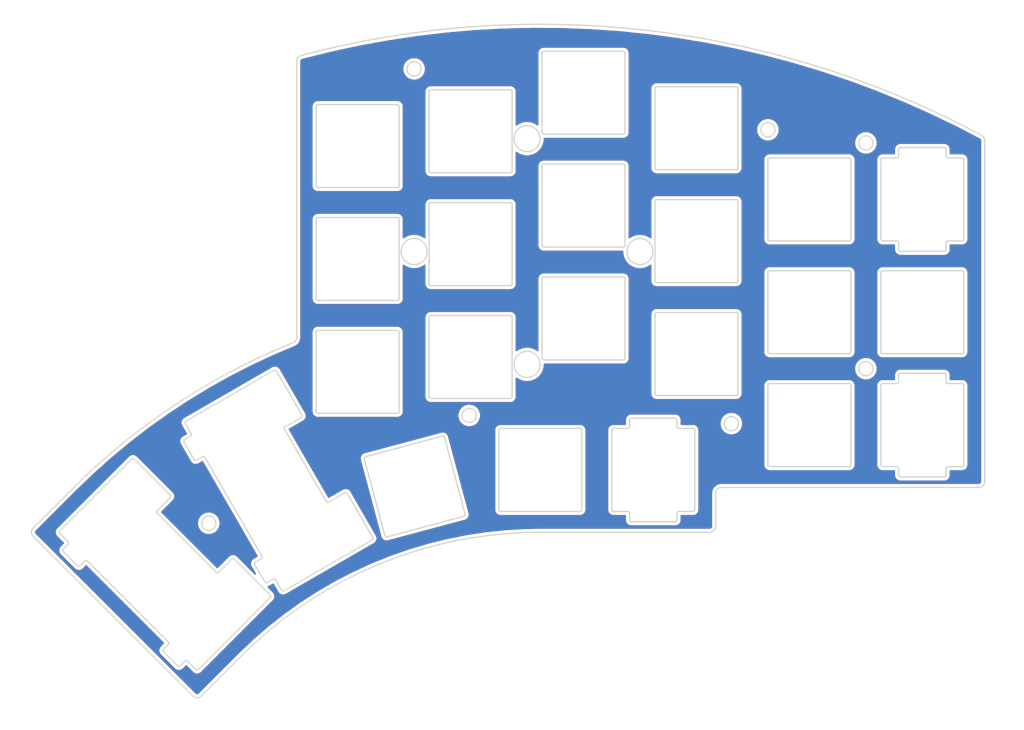
<source format=kicad_pcb>
(kicad_pcb (version 20171130) (host pcbnew "(5.1.10-1-10_14)")
  (layers (0 F.Cu signal) (31 B.Cu signal) (34 B.Paste user) (35 F.Paste user) (36 B.SilkS user) (37 F.SilkS user) (38 B.Mask user) (39 F.Mask user) (44 Edge.Cuts user))
  (net 0 "")
  (gr_circle (center 134.62 83.094991) (end 136.82 83.094991) (layer Edge.Cuts) (width 0.2))
  (gr_circle (center 172.72 83.094991) (end 174.92 83.094991) (layer Edge.Cuts) (width 0.2))
  (gr_circle (center 153.67 64.044991) (end 155.87 64.044991) (layer Edge.Cuts) (width 0.2))
  (gr_circle (center 153.670001 102.144991) (end 155.870001 102.144991) (layer Edge.Cuts) (width 0.2))
  (gr_line (start 99.328402 117.838716) (end 108.965902 134.531356) (layer Edge.Cuts) (width 0.2))
  (gr_arc (start 99.068595 117.988716) (end 99.328402 117.838716) (angle -90) (layer Edge.Cuts) (width 0.2))
  (gr_line (start 97.922666 118.303909) (end 98.918595 117.728909) (layer Edge.Cuts) (width 0.2))
  (gr_arc (start 97.772666 118.044101) (end 97.512858 118.194101) (angle -90) (layer Edge.Cuts) (width 0.2))
  (gr_line (start 95.812858 115.249615) (end 97.512858 118.194101) (layer Edge.Cuts) (width 0.2))
  (gr_arc (start 96.072666 115.099615) (end 95.922666 114.839807) (angle -90) (layer Edge.Cuts) (width 0.2))
  (gr_line (start 96.918595 114.264807) (end 95.922666 114.839807) (layer Edge.Cuts) (width 0.2))
  (gr_arc (start 96.768595 114.005) (end 96.918595 114.264807) (angle -90) (layer Edge.Cuts) (width 0.2))
  (gr_line (start 96.034652 112.133775) (end 97.028402 113.855) (layer Edge.Cuts) (width 0.2))
  (gr_arc (start 96.29446 111.983775) (end 96.14446 111.723967) (angle -90) (layer Edge.Cuts) (width 0.2))
  (gr_line (start 110.996796 103.148967) (end 96.14446 111.723967) (layer Edge.Cuts) (width 0.2))
  (gr_arc (start 111.146796 103.408775) (end 111.406603 103.258775) (angle -90) (layer Edge.Cuts) (width 0.2))
  (gr_line (start 115.694103 110.684943) (end 111.406603 103.258775) (layer Edge.Cuts) (width 0.2))
  (gr_arc (start 115.434296 110.834943) (end 115.584296 111.09475) (angle -90) (layer Edge.Cuts) (width 0.2))
  (gr_line (start 112.856316 112.669749) (end 115.584296 111.09475) (layer Edge.Cuts) (width 0.2))
  (gr_arc (start 113.006316 112.929557) (end 112.856316 112.669749) (angle -90) (layer Edge.Cuts) (width 0.2))
  (gr_line (start 119.796508 125.290515) (end 112.746508 113.079557) (layer Edge.Cuts) (width 0.2))
  (gr_arc (start 120.056316 125.140515) (end 119.796508 125.290515) (angle -90) (layer Edge.Cuts) (width 0.2))
  (gr_line (start 122.934296 123.825323) (end 120.206316 125.400323) (layer Edge.Cuts) (width 0.2))
  (gr_arc (start 123.084296 124.085131) (end 123.344103 123.935131) (angle -90) (layer Edge.Cuts) (width 0.2))
  (gr_line (start 127.631603 131.361298) (end 123.344103 123.935131) (layer Edge.Cuts) (width 0.2))
  (gr_arc (start 127.371796 131.511298) (end 127.521796 131.771106) (angle -90) (layer Edge.Cuts) (width 0.2))
  (gr_line (start 112.66946 140.346106) (end 127.521796 131.771106) (layer Edge.Cuts) (width 0.2))
  (gr_arc (start 112.51946 140.086298) (end 112.259652 140.236298) (angle -90) (layer Edge.Cuts) (width 0.2))
  (gr_line (start 111.265902 138.515073) (end 112.259652 140.236298) (layer Edge.Cuts) (width 0.2))
  (gr_arc (start 111.006095 138.665073) (end 111.265902 138.515073) (angle -90) (layer Edge.Cuts) (width 0.2))
  (gr_line (start 109.860166 138.980265) (end 110.856095 138.405265) (layer Edge.Cuts) (width 0.2))
  (gr_arc (start 109.710166 138.720458) (end 109.450358 138.870458) (angle -90) (layer Edge.Cuts) (width 0.2))
  (gr_line (start 107.750358 135.925971) (end 109.450358 138.870458) (layer Edge.Cuts) (width 0.2))
  (gr_arc (start 108.010166 135.775971) (end 107.860166 135.516164) (angle -90) (layer Edge.Cuts) (width 0.2))
  (gr_line (start 108.856095 134.941164) (end 107.860166 135.516164) (layer Edge.Cuts) (width 0.2))
  (gr_arc (start 108.706095 134.681356) (end 108.856095 134.941164) (angle -90) (layer Edge.Cuts) (width 0.2))
  (gr_arc (start 137.445 94.19499) (end 137.445 93.89499) (angle -90) (layer Edge.Cuts) (width 0.2))
  (gr_line (start 150.845 93.89499) (end 137.445 93.89499) (layer Edge.Cuts) (width 0.2))
  (gr_arc (start 150.845 94.19499) (end 151.145 94.19499) (angle -90) (layer Edge.Cuts) (width 0.2))
  (gr_line (start 151.145 107.59499) (end 151.145 94.19499) (layer Edge.Cuts) (width 0.2))
  (gr_arc (start 150.845 107.59499) (end 150.845 107.89499) (angle -90) (layer Edge.Cuts) (width 0.2))
  (gr_line (start 137.445 107.89499) (end 150.845 107.89499) (layer Edge.Cuts) (width 0.2))
  (gr_arc (start 137.445 107.59499) (end 137.145 107.59499) (angle -90) (layer Edge.Cuts) (width 0.2))
  (gr_line (start 137.145 94.19499) (end 137.145 107.59499) (layer Edge.Cuts) (width 0.2))
  (gr_arc (start 118.395 58.59499) (end 118.395 58.29499) (angle -90) (layer Edge.Cuts) (width 0.2))
  (gr_line (start 131.795 58.29499) (end 118.395 58.29499) (layer Edge.Cuts) (width 0.2))
  (gr_arc (start 131.795 58.59499) (end 132.095 58.59499) (angle -90) (layer Edge.Cuts) (width 0.2))
  (gr_line (start 132.095 71.99499) (end 132.095 58.59499) (layer Edge.Cuts) (width 0.2))
  (gr_arc (start 131.795 71.99499) (end 131.795 72.29499) (angle -90) (layer Edge.Cuts) (width 0.2))
  (gr_line (start 118.395 72.29499) (end 131.795 72.29499) (layer Edge.Cuts) (width 0.2))
  (gr_arc (start 118.395 71.99499) (end 118.095 71.99499) (angle -90) (layer Edge.Cuts) (width 0.2))
  (gr_line (start 118.095 58.59499) (end 118.095 71.99499) (layer Edge.Cuts) (width 0.2))
  (gr_arc (start 175.545001 93.694991) (end 175.545001 93.394991) (angle -90) (layer Edge.Cuts) (width 0.2))
  (gr_line (start 188.945001 93.394991) (end 175.545001 93.394991) (layer Edge.Cuts) (width 0.2))
  (gr_arc (start 188.945001 93.694991) (end 189.245001 93.694991) (angle -90) (layer Edge.Cuts) (width 0.2))
  (gr_line (start 189.245001 107.094991) (end 189.245001 93.694991) (layer Edge.Cuts) (width 0.2))
  (gr_arc (start 188.945001 107.094991) (end 188.945001 107.394991) (angle -90) (layer Edge.Cuts) (width 0.2))
  (gr_line (start 175.545001 107.394991) (end 188.945001 107.394991) (layer Edge.Cuts) (width 0.2))
  (gr_arc (start 175.545001 107.094991) (end 175.245001 107.094991) (angle -90) (layer Edge.Cuts) (width 0.2))
  (gr_line (start 175.245001 93.694991) (end 175.245001 107.094991) (layer Edge.Cuts) (width 0.2))
  (gr_arc (start 213.644999 86.645) (end 213.644999 86.345) (angle -90) (layer Edge.Cuts) (width 0.2))
  (gr_line (start 227.045 86.345) (end 213.644999 86.345) (layer Edge.Cuts) (width 0.2))
  (gr_arc (start 227.045 86.645) (end 227.345 86.645) (angle -90) (layer Edge.Cuts) (width 0.2))
  (gr_line (start 227.345 100.045) (end 227.345 86.645) (layer Edge.Cuts) (width 0.2))
  (gr_arc (start 227.045 100.045) (end 227.045 100.345) (angle -90) (layer Edge.Cuts) (width 0.2))
  (gr_line (start 213.645 100.345) (end 227.045 100.345) (layer Edge.Cuts) (width 0.2))
  (gr_arc (start 213.645 100.045) (end 213.345 100.045) (angle -90) (layer Edge.Cuts) (width 0.2))
  (gr_line (start 213.344999 86.645) (end 213.345 100.045) (layer Edge.Cuts) (width 0.2))
  (gr_arc (start 175.545001 88.044991) (end 175.245001 88.044991) (angle -90) (layer Edge.Cuts) (width 0.2))
  (gr_line (start 175.245001 74.644991) (end 175.245001 88.044991) (layer Edge.Cuts) (width 0.2))
  (gr_arc (start 175.545001 74.644991) (end 175.545001 74.344991) (angle -90) (layer Edge.Cuts) (width 0.2))
  (gr_line (start 188.945001 74.344991) (end 175.545001 74.344991) (layer Edge.Cuts) (width 0.2))
  (gr_arc (start 188.945001 74.644991) (end 189.245001 74.644991) (angle -90) (layer Edge.Cuts) (width 0.2))
  (gr_line (start 189.245001 88.044991) (end 189.245001 74.644991) (layer Edge.Cuts) (width 0.2))
  (gr_arc (start 188.945001 88.044991) (end 188.945001 88.344991) (angle -90) (layer Edge.Cuts) (width 0.2))
  (gr_line (start 175.545001 88.344991) (end 188.945001 88.344991) (layer Edge.Cuts) (width 0.2))
  (gr_arc (start 142.924205 127.492241) (end 143.001851 127.782018) (angle -90) (layer Edge.Cuts) (width 0.2))
  (gr_line (start 130.058445 131.250194) (end 143.001851 127.782018) (layer Edge.Cuts) (width 0.2))
  (gr_arc (start 129.980799 130.960416) (end 129.691021 131.038062) (angle -90) (layer Edge.Cuts) (width 0.2))
  (gr_line (start 126.222846 118.094656) (end 129.691021 131.038062) (layer Edge.Cuts) (width 0.2))
  (gr_arc (start 126.512624 118.01701) (end 126.434978 117.727232) (angle -90) (layer Edge.Cuts) (width 0.2))
  (gr_line (start 139.378384 114.259057) (end 126.434978 117.727232) (layer Edge.Cuts) (width 0.2))
  (gr_arc (start 139.45603 114.548835) (end 139.745807 114.471189) (angle -90) (layer Edge.Cuts) (width 0.2))
  (gr_line (start 143.213983 127.414595) (end 139.745807 114.471189) (layer Edge.Cuts) (width 0.2))
  (gr_arc (start 118.395 77.64499) (end 118.395 77.34499) (angle -90) (layer Edge.Cuts) (width 0.2))
  (gr_line (start 131.795 77.34499) (end 118.395 77.34499) (layer Edge.Cuts) (width 0.2))
  (gr_arc (start 131.795 77.64499) (end 132.095 77.64499) (angle -90) (layer Edge.Cuts) (width 0.2))
  (gr_line (start 132.095 91.044991) (end 132.095 77.64499) (layer Edge.Cuts) (width 0.2))
  (gr_arc (start 131.795 91.044991) (end 131.795 91.344991) (angle -90) (layer Edge.Cuts) (width 0.2))
  (gr_line (start 118.395 91.344991) (end 131.795 91.344991) (layer Edge.Cuts) (width 0.2))
  (gr_arc (start 118.395 91.044991) (end 118.095 91.044991) (angle -90) (layer Edge.Cuts) (width 0.2))
  (gr_line (start 118.095 77.64499) (end 118.095 91.044991) (layer Edge.Cuts) (width 0.2))
  (gr_arc (start 169.895 82.044991) (end 169.895 82.344991) (angle -90) (layer Edge.Cuts) (width 0.2))
  (gr_line (start 156.495 82.344991) (end 169.895 82.344991) (layer Edge.Cuts) (width 0.2))
  (gr_arc (start 156.495 82.044991) (end 156.195 82.044991) (angle -90) (layer Edge.Cuts) (width 0.2))
  (gr_line (start 156.195 68.644991) (end 156.195 82.044991) (layer Edge.Cuts) (width 0.2))
  (gr_arc (start 156.495 68.644991) (end 156.495 68.34499) (angle -90) (layer Edge.Cuts) (width 0.2))
  (gr_line (start 169.895 68.34499) (end 156.495 68.34499) (layer Edge.Cuts) (width 0.2))
  (gr_arc (start 169.895 68.644991) (end 170.195001 68.644991) (angle -90) (layer Edge.Cuts) (width 0.2))
  (gr_line (start 170.195001 82.044991) (end 170.195001 68.644991) (layer Edge.Cuts) (width 0.2))
  (gr_arc (start 137.445 88.54499) (end 137.145 88.544991) (angle -90) (layer Edge.Cuts) (width 0.2))
  (gr_line (start 137.145 75.14499) (end 137.145 88.544991) (layer Edge.Cuts) (width 0.2))
  (gr_arc (start 137.445 75.14499) (end 137.445 74.84499) (angle -90) (layer Edge.Cuts) (width 0.2))
  (gr_line (start 150.845 74.84499) (end 137.445 74.84499) (layer Edge.Cuts) (width 0.2))
  (gr_arc (start 150.845001 75.14499) (end 151.145 75.14499) (angle -90) (layer Edge.Cuts) (width 0.2))
  (gr_line (start 151.145 88.54499) (end 151.145 75.14499) (layer Edge.Cuts) (width 0.2))
  (gr_arc (start 150.845 88.54499) (end 150.845 88.84499) (angle -90) (layer Edge.Cuts) (width 0.2))
  (gr_line (start 137.445 88.84499) (end 150.845 88.84499) (layer Edge.Cuts) (width 0.2))
  (gr_arc (start 137.445 69.49499) (end 137.145 69.49499) (angle -90) (layer Edge.Cuts) (width 0.2))
  (gr_line (start 137.145 56.09499) (end 137.145 69.49499) (layer Edge.Cuts) (width 0.2))
  (gr_arc (start 137.445 56.09499) (end 137.445 55.79499) (angle -90) (layer Edge.Cuts) (width 0.2))
  (gr_line (start 150.845 55.79499) (end 137.445 55.79499) (layer Edge.Cuts) (width 0.2))
  (gr_arc (start 150.845001 56.09499) (end 151.145 56.09499) (angle -90) (layer Edge.Cuts) (width 0.2))
  (gr_line (start 151.145 69.49499) (end 151.145 56.09499) (layer Edge.Cuts) (width 0.2))
  (gr_arc (start 150.845 69.49499) (end 150.845 69.79499) (angle -90) (layer Edge.Cuts) (width 0.2))
  (gr_line (start 137.445 69.79499) (end 150.845 69.79499) (layer Edge.Cuts) (width 0.2))
  (gr_arc (start 207.995 67.59499) (end 208.295 67.59499) (angle -90) (layer Edge.Cuts) (width 0.2))
  (gr_line (start 208.294999 80.99499) (end 208.295 67.59499) (layer Edge.Cuts) (width 0.2))
  (gr_arc (start 207.994999 80.99499) (end 207.994999 81.29499) (angle -90) (layer Edge.Cuts) (width 0.2))
  (gr_line (start 194.595 81.29499) (end 207.994999 81.29499) (layer Edge.Cuts) (width 0.2))
  (gr_arc (start 194.595 80.99499) (end 194.295 80.99499) (angle -90) (layer Edge.Cuts) (width 0.2))
  (gr_line (start 194.295 67.59499) (end 194.295 80.99499) (layer Edge.Cuts) (width 0.2))
  (gr_arc (start 194.595 67.59499) (end 194.595 67.29499) (angle -90) (layer Edge.Cuts) (width 0.2))
  (gr_line (start 207.995 67.29499) (end 194.595 67.29499) (layer Edge.Cuts) (width 0.2))
  (gr_arc (start 194.595 105.69499) (end 194.595 105.39499) (angle -90) (layer Edge.Cuts) (width 0.2))
  (gr_line (start 207.995 105.39499) (end 194.595 105.39499) (layer Edge.Cuts) (width 0.2))
  (gr_arc (start 207.995 105.69499) (end 208.295 105.69499) (angle -90) (layer Edge.Cuts) (width 0.2))
  (gr_line (start 208.294999 119.094989) (end 208.295 105.69499) (layer Edge.Cuts) (width 0.2))
  (gr_arc (start 207.994999 119.094989) (end 207.994999 119.394989) (angle -90) (layer Edge.Cuts) (width 0.2))
  (gr_line (start 194.595 119.394989) (end 207.994999 119.394989) (layer Edge.Cuts) (width 0.2))
  (gr_arc (start 194.595 119.094989) (end 194.295 119.094989) (angle -90) (layer Edge.Cuts) (width 0.2))
  (gr_line (start 194.295 105.69499) (end 194.295 119.094989) (layer Edge.Cuts) (width 0.2))
  (gr_arc (start 207.995 86.64499) (end 208.295 86.64499) (angle -90) (layer Edge.Cuts) (width 0.2))
  (gr_line (start 208.294999 100.04499) (end 208.295 86.64499) (layer Edge.Cuts) (width 0.2))
  (gr_arc (start 207.994999 100.04499) (end 207.994999 100.34499) (angle -90) (layer Edge.Cuts) (width 0.2))
  (gr_line (start 194.595 100.34499) (end 207.994999 100.34499) (layer Edge.Cuts) (width 0.2))
  (gr_arc (start 194.595 100.04499) (end 194.295 100.04499) (angle -90) (layer Edge.Cuts) (width 0.2))
  (gr_line (start 194.295 86.64499) (end 194.295 100.04499) (layer Edge.Cuts) (width 0.2))
  (gr_arc (start 194.595 86.64499) (end 194.595 86.34499) (angle -90) (layer Edge.Cuts) (width 0.2))
  (gr_line (start 207.995 86.34499) (end 194.595 86.34499) (layer Edge.Cuts) (width 0.2))
  (gr_arc (start 175.545001 68.994991) (end 175.245001 68.994991) (angle -90) (layer Edge.Cuts) (width 0.2))
  (gr_line (start 175.245001 55.594991) (end 175.245001 68.994991) (layer Edge.Cuts) (width 0.2))
  (gr_arc (start 175.545001 55.594991) (end 175.545001 55.294991) (angle -90) (layer Edge.Cuts) (width 0.2))
  (gr_line (start 188.945001 55.294991) (end 175.545001 55.294991) (layer Edge.Cuts) (width 0.2))
  (gr_arc (start 188.945001 55.594991) (end 189.245001 55.594991) (angle -90) (layer Edge.Cuts) (width 0.2))
  (gr_line (start 189.245001 68.994991) (end 189.245001 55.594991) (layer Edge.Cuts) (width 0.2))
  (gr_arc (start 188.945001 68.994991) (end 188.945001 69.294991) (angle -90) (layer Edge.Cuts) (width 0.2))
  (gr_line (start 175.545001 69.294991) (end 188.945001 69.294991) (layer Edge.Cuts) (width 0.2))
  (gr_arc (start 149.209109 113.264817) (end 149.209109 112.964817) (angle -90) (layer Edge.Cuts) (width 0.2))
  (gr_line (start 162.609109 112.964817) (end 149.209109 112.964817) (layer Edge.Cuts) (width 0.2))
  (gr_arc (start 162.609109 113.264817) (end 162.909109 113.264817) (angle -90) (layer Edge.Cuts) (width 0.2))
  (gr_line (start 162.909109 126.664817) (end 162.909109 113.264817) (layer Edge.Cuts) (width 0.2))
  (gr_arc (start 162.609109 126.664817) (end 162.609109 126.964817) (angle -90) (layer Edge.Cuts) (width 0.2))
  (gr_line (start 149.209109 126.964817) (end 162.609109 126.964817) (layer Edge.Cuts) (width 0.2))
  (gr_arc (start 149.209109 126.664817) (end 148.909109 126.664817) (angle -90) (layer Edge.Cuts) (width 0.2))
  (gr_line (start 148.909109 113.264817) (end 148.909109 126.664817) (layer Edge.Cuts) (width 0.2))
  (gr_arc (start 118.395 96.69499) (end 118.395 96.39499) (angle -90) (layer Edge.Cuts) (width 0.2))
  (gr_line (start 131.795 96.39499) (end 118.395 96.39499) (layer Edge.Cuts) (width 0.2))
  (gr_arc (start 131.795 96.69499) (end 132.095 96.69499) (angle -90) (layer Edge.Cuts) (width 0.2))
  (gr_line (start 132.095 110.094991) (end 132.095 96.69499) (layer Edge.Cuts) (width 0.2))
  (gr_arc (start 131.795 110.094991) (end 131.795 110.394991) (angle -90) (layer Edge.Cuts) (width 0.2))
  (gr_line (start 118.395 110.394991) (end 131.795 110.394991) (layer Edge.Cuts) (width 0.2))
  (gr_arc (start 118.395 110.094991) (end 118.095 110.094991) (angle -90) (layer Edge.Cuts) (width 0.2))
  (gr_line (start 118.095 96.69499) (end 118.095 110.094991) (layer Edge.Cuts) (width 0.2))
  (gr_arc (start 169.895 62.99499) (end 169.895 63.29499) (angle -90) (layer Edge.Cuts) (width 0.2))
  (gr_line (start 156.495 63.29499) (end 169.895 63.29499) (layer Edge.Cuts) (width 0.2))
  (gr_arc (start 156.495 62.99499) (end 156.195 62.99499) (angle -90) (layer Edge.Cuts) (width 0.2))
  (gr_line (start 156.195 49.59499) (end 156.195 62.99499) (layer Edge.Cuts) (width 0.2))
  (gr_arc (start 156.495 49.59499) (end 156.495 49.294991) (angle -90) (layer Edge.Cuts) (width 0.2))
  (gr_line (start 169.895 49.294991) (end 156.495 49.294991) (layer Edge.Cuts) (width 0.2))
  (gr_arc (start 169.895 49.59499) (end 170.195001 49.59499) (angle -90) (layer Edge.Cuts) (width 0.2))
  (gr_line (start 170.195001 62.99499) (end 170.195001 49.59499) (layer Edge.Cuts) (width 0.2))
  (gr_arc (start 156.495 87.694991) (end 156.495 87.394991) (angle -90) (layer Edge.Cuts) (width 0.2))
  (gr_line (start 169.895 87.394991) (end 156.495 87.394991) (layer Edge.Cuts) (width 0.2))
  (gr_arc (start 169.895 87.694991) (end 170.195 87.694991) (angle -90) (layer Edge.Cuts) (width 0.2))
  (gr_line (start 170.195001 101.094991) (end 170.195 87.694991) (layer Edge.Cuts) (width 0.2))
  (gr_arc (start 169.895 101.094991) (end 169.895 101.394991) (angle -90) (layer Edge.Cuts) (width 0.2))
  (gr_line (start 156.495 101.394991) (end 169.895 101.394991) (layer Edge.Cuts) (width 0.2))
  (gr_arc (start 156.495 101.094991) (end 156.195 101.094991) (angle -90) (layer Edge.Cuts) (width 0.2))
  (gr_line (start 156.195 87.694991) (end 156.195 101.094991) (layer Edge.Cuts) (width 0.2))
  (gr_line (start 101.214712 137.245483) (end 91.244507 127.275278) (layer Edge.Cuts) (width 0.2))
  (gr_arc (start 101.426844 137.033351) (end 101.214712 137.245483) (angle -90) (layer Edge.Cuts) (width 0.2))
  (gr_line (start 103.866363 135.018097) (end 101.638976 137.245483) (layer Edge.Cuts) (width 0.2))
  (gr_arc (start 104.078495 135.230229) (end 104.290627 135.018097) (angle -90) (layer Edge.Cuts) (width 0.2))
  (gr_line (start 110.354067 141.081538) (end 104.290627 135.018097) (layer Edge.Cuts) (width 0.2))
  (gr_arc (start 110.141935 141.29367) (end 110.354067 141.505802) (angle -90) (layer Edge.Cuts) (width 0.2))
  (gr_line (start 98.227186 153.632683) (end 110.354067 141.505802) (layer Edge.Cuts) (width 0.2))
  (gr_arc (start 98.015054 153.420551) (end 97.802922 153.632683) (angle -90) (layer Edge.Cuts) (width 0.2))
  (gr_line (start 96.397547 152.227308) (end 97.802922 153.632683) (layer Edge.Cuts) (width 0.2))
  (gr_arc (start 96.185415 152.43944) (end 96.397547 152.227308) (angle -90) (layer Edge.Cuts) (width 0.2))
  (gr_line (start 95.16011 153.040481) (end 95.973283 152.227308) (layer Edge.Cuts) (width 0.2))
  (gr_arc (start 94.947978 152.828349) (end 94.735846 153.040481) (angle -90) (layer Edge.Cuts) (width 0.2))
  (gr_line (start 92.331683 150.636318) (end 94.735846 153.040481) (layer Edge.Cuts) (width 0.2))
  (gr_arc (start 92.543815 150.424186) (end 92.331683 150.212054) (angle -90) (layer Edge.Cuts) (width 0.2))
  (gr_line (start 93.144856 149.398881) (end 92.331683 150.212054) (layer Edge.Cuts) (width 0.2))
  (gr_arc (start 92.932724 149.186749) (end 93.144856 149.398881) (angle -90) (layer Edge.Cuts) (width 0.2))
  (gr_line (start 79.515373 135.345134) (end 93.144856 148.974617) (layer Edge.Cuts) (width 0.2))
  (gr_arc (start 79.303241 135.557266) (end 79.515373 135.345134) (angle -90) (layer Edge.Cuts) (width 0.2))
  (gr_line (start 78.277936 136.158307) (end 79.091109 135.345134) (layer Edge.Cuts) (width 0.2))
  (gr_arc (start 78.065804 135.946175) (end 77.853672 136.158307) (angle -90) (layer Edge.Cuts) (width 0.2))
  (gr_line (start 75.449509 133.754144) (end 77.853672 136.158307) (layer Edge.Cuts) (width 0.2))
  (gr_arc (start 75.661641 133.542012) (end 75.449509 133.32988) (angle -90) (layer Edge.Cuts) (width 0.2))
  (gr_line (start 76.262682 132.516707) (end 75.449509 133.32988) (layer Edge.Cuts) (width 0.2))
  (gr_arc (start 76.05055 132.304575) (end 76.262682 132.516707) (angle -90) (layer Edge.Cuts) (width 0.2))
  (gr_line (start 74.857307 130.687068) (end 76.262682 132.092443) (layer Edge.Cuts) (width 0.2))
  (gr_arc (start 75.069439 130.474936) (end 74.857307 130.262804) (angle -90) (layer Edge.Cuts) (width 0.2))
  (gr_line (start 86.984188 118.135923) (end 74.857307 130.262804) (layer Edge.Cuts) (width 0.2))
  (gr_arc (start 87.19632 118.348055) (end 87.408452 118.135923) (angle -90) (layer Edge.Cuts) (width 0.2))
  (gr_line (start 93.471893 124.199363) (end 87.408452 118.135923) (layer Edge.Cuts) (width 0.2))
  (gr_arc (start 93.259761 124.411495) (end 93.471893 124.623627) (angle -90) (layer Edge.Cuts) (width 0.2))
  (gr_line (start 91.244507 126.851014) (end 93.471893 124.623627) (layer Edge.Cuts) (width 0.2))
  (gr_arc (start 91.456639 127.063146) (end 91.244507 126.851014) (angle -90) (layer Edge.Cuts) (width 0.2))
  (gr_line (start 178.959109 127.264817) (end 178.959109 128.414817) (layer Edge.Cuts) (width 0.2))
  (gr_arc (start 179.259109 127.264817) (end 179.259109 126.964817) (angle -90) (layer Edge.Cuts) (width 0.2))
  (gr_line (start 181.659109 126.964817) (end 179.259109 126.964817) (layer Edge.Cuts) (width 0.2))
  (gr_arc (start 181.659109 126.664817) (end 181.659109 126.964817) (angle -90) (layer Edge.Cuts) (width 0.2))
  (gr_line (start 181.959109 113.264817) (end 181.959109 126.664817) (layer Edge.Cuts) (width 0.2))
  (gr_arc (start 181.659109 113.264817) (end 181.959109 113.264817) (angle -90) (layer Edge.Cuts) (width 0.2))
  (gr_line (start 179.259109 112.964817) (end 181.659109 112.964817) (layer Edge.Cuts) (width 0.2))
  (gr_arc (start 179.259109 112.664817) (end 178.959109 112.664817) (angle -90) (layer Edge.Cuts) (width 0.2))
  (gr_line (start 178.959109 111.514818) (end 178.959109 112.664817) (layer Edge.Cuts) (width 0.2))
  (gr_arc (start 178.659109 111.514818) (end 178.959109 111.514818) (angle -90) (layer Edge.Cuts) (width 0.2))
  (gr_line (start 171.259109 111.214818) (end 178.659109 111.214818) (layer Edge.Cuts) (width 0.2))
  (gr_arc (start 171.259109 111.514818) (end 171.259109 111.214818) (angle -90) (layer Edge.Cuts) (width 0.2))
  (gr_line (start 170.959109 112.664817) (end 170.959109 111.514818) (layer Edge.Cuts) (width 0.2))
  (gr_arc (start 170.659109 112.664817) (end 170.659109 112.964817) (angle -90) (layer Edge.Cuts) (width 0.2))
  (gr_line (start 168.259109 112.964817) (end 170.659109 112.964817) (layer Edge.Cuts) (width 0.2))
  (gr_arc (start 168.259109 113.264817) (end 168.259109 112.964817) (angle -90) (layer Edge.Cuts) (width 0.2))
  (gr_line (start 167.959109 126.664817) (end 167.959109 113.264817) (layer Edge.Cuts) (width 0.2))
  (gr_arc (start 168.259109 126.664817) (end 167.959109 126.664817) (angle -90) (layer Edge.Cuts) (width 0.2))
  (gr_line (start 170.659109 126.964817) (end 168.259109 126.964817) (layer Edge.Cuts) (width 0.2))
  (gr_arc (start 170.659109 127.264817) (end 170.959109 127.264817) (angle -90) (layer Edge.Cuts) (width 0.2))
  (gr_line (start 170.959109 128.414817) (end 170.959109 127.264817) (layer Edge.Cuts) (width 0.2))
  (gr_arc (start 171.259109 128.414817) (end 170.959109 128.414817) (angle -90) (layer Edge.Cuts) (width 0.2))
  (gr_line (start 178.659109 128.714817) (end 171.259109 128.714817) (layer Edge.Cuts) (width 0.2))
  (gr_arc (start 178.659109 128.414817) (end 178.659109 128.714817) (angle -90) (layer Edge.Cuts) (width 0.2))
  (gr_line (start 213.645 119.394999) (end 216.045 119.395) (layer Edge.Cuts) (width 0.2))
  (gr_arc (start 213.645 119.094999) (end 213.345 119.095) (angle -90) (layer Edge.Cuts) (width 0.2))
  (gr_line (start 213.344999 105.695) (end 213.345 119.095) (layer Edge.Cuts) (width 0.2))
  (gr_arc (start 213.644999 105.695) (end 213.644999 105.395) (angle -90) (layer Edge.Cuts) (width 0.2))
  (gr_line (start 216.044999 105.395) (end 213.644999 105.395) (layer Edge.Cuts) (width 0.2))
  (gr_arc (start 216.045 105.095) (end 216.044999 105.395) (angle -90) (layer Edge.Cuts) (width 0.2))
  (gr_line (start 216.345 103.945) (end 216.344999 105.095) (layer Edge.Cuts) (width 0.2))
  (gr_arc (start 216.645 103.945) (end 216.645 103.645) (angle -90) (layer Edge.Cuts) (width 0.2))
  (gr_line (start 224.045 103.645) (end 216.645 103.645) (layer Edge.Cuts) (width 0.2))
  (gr_arc (start 224.045 103.945) (end 224.345 103.945) (angle -90) (layer Edge.Cuts) (width 0.2))
  (gr_line (start 224.345 105.095) (end 224.345 103.945) (layer Edge.Cuts) (width 0.2))
  (gr_arc (start 224.645 105.095) (end 224.345 105.095) (angle -90) (layer Edge.Cuts) (width 0.2))
  (gr_line (start 227.045 105.395) (end 224.645 105.395) (layer Edge.Cuts) (width 0.2))
  (gr_arc (start 227.045 105.695) (end 227.345 105.695) (angle -90) (layer Edge.Cuts) (width 0.2))
  (gr_line (start 227.345 119.094999) (end 227.345 105.695) (layer Edge.Cuts) (width 0.2))
  (gr_arc (start 227.045 119.095) (end 227.045 119.395) (angle -90) (layer Edge.Cuts) (width 0.2))
  (gr_line (start 224.645 119.394999) (end 227.045 119.395) (layer Edge.Cuts) (width 0.2))
  (gr_arc (start 224.645 119.695) (end 224.645 119.394999) (angle -90) (layer Edge.Cuts) (width 0.2))
  (gr_line (start 224.345 120.844999) (end 224.344999 119.695) (layer Edge.Cuts) (width 0.2))
  (gr_arc (start 224.045 120.844999) (end 224.045 121.144999) (angle -90) (layer Edge.Cuts) (width 0.2))
  (gr_line (start 216.645 121.144999) (end 224.045 121.144999) (layer Edge.Cuts) (width 0.2))
  (gr_arc (start 216.645 120.844999) (end 216.345 120.844999) (angle -90) (layer Edge.Cuts) (width 0.2))
  (gr_line (start 216.345 119.695) (end 216.345 120.844999) (layer Edge.Cuts) (width 0.2))
  (gr_arc (start 216.045 119.695) (end 216.345 119.695) (angle -90) (layer Edge.Cuts) (width 0.2))
  (gr_line (start 213.645 81.295) (end 216.045 81.295) (layer Edge.Cuts) (width 0.2))
  (gr_arc (start 213.645 80.995) (end 213.345 80.995) (angle -90) (layer Edge.Cuts) (width 0.2))
  (gr_line (start 213.344999 67.595) (end 213.345 80.995) (layer Edge.Cuts) (width 0.2))
  (gr_arc (start 213.644999 67.595) (end 213.644999 67.295) (angle -90) (layer Edge.Cuts) (width 0.2))
  (gr_line (start 216.044999 67.295) (end 213.644999 67.295) (layer Edge.Cuts) (width 0.2))
  (gr_arc (start 216.045 66.995) (end 216.044999 67.295) (angle -90) (layer Edge.Cuts) (width 0.2))
  (gr_line (start 216.345 65.845) (end 216.344999 66.995) (layer Edge.Cuts) (width 0.2))
  (gr_arc (start 216.645 65.845) (end 216.645 65.545) (angle -90) (layer Edge.Cuts) (width 0.2))
  (gr_line (start 224.045 65.545) (end 216.645 65.545) (layer Edge.Cuts) (width 0.2))
  (gr_arc (start 224.045 65.845) (end 224.344999 65.845) (angle -90) (layer Edge.Cuts) (width 0.2))
  (gr_line (start 224.344999 66.995) (end 224.344999 65.845) (layer Edge.Cuts) (width 0.2))
  (gr_arc (start 224.645 66.995) (end 224.344999 66.995) (angle -90) (layer Edge.Cuts) (width 0.2))
  (gr_line (start 227.045 67.295) (end 224.644999 67.295) (layer Edge.Cuts) (width 0.2))
  (gr_arc (start 227.045 67.595) (end 227.345 67.595) (angle -90) (layer Edge.Cuts) (width 0.2))
  (gr_line (start 227.345 80.995) (end 227.345 67.595) (layer Edge.Cuts) (width 0.2))
  (gr_arc (start 71.074286 130.474936) (end 70.367179 129.767829) (angle -90) (layer Edge.Cuts) (width 0.2))
  (gr_line (start 97.307947 158.122811) (end 70.367179 131.182043) (layer Edge.Cuts) (width 0.2))
  (gr_arc (start 98.015054 157.415704) (end 97.307947 158.122811) (angle -90) (layer Edge.Cuts) (width 0.2))
  (gr_line (start 105.457353 151.387619) (end 98.722161 158.122811) (layer Edge.Cuts) (width 0.2))
  (gr_arc (start 155.909109 201.839375) (end 155.909109 130.489817) (angle -45) (layer Edge.Cuts) (width 0.2))
  (gr_line (start 184.484109 130.489817) (end 155.909109 130.489817) (layer Edge.Cuts) (width 0.2))
  (gr_arc (start 184.484109 129.489817) (end 184.484109 130.489817) (angle -90) (layer Edge.Cuts) (width 0.2))
  (gr_line (start 185.484109 123.91999) (end 185.484109 129.489817) (layer Edge.Cuts) (width 0.2))
  (gr_arc (start 186.484109 123.91999) (end 186.484109 122.91999) (angle -90) (layer Edge.Cuts) (width 0.2))
  (gr_line (start 229.87 122.91999) (end 186.484109 122.91999) (layer Edge.Cuts) (width 0.2))
  (gr_arc (start 227.045 80.995) (end 227.045 81.295) (angle -90) (layer Edge.Cuts) (width 0.2))
  (gr_line (start 224.645 81.295) (end 227.045 81.295) (layer Edge.Cuts) (width 0.2))
  (gr_arc (start 224.644999 81.595) (end 224.645 81.295) (angle -90) (layer Edge.Cuts) (width 0.2))
  (gr_line (start 224.344999 82.745) (end 224.345 81.595) (layer Edge.Cuts) (width 0.2))
  (gr_arc (start 224.045 82.745) (end 224.044999 83.045) (angle -90) (layer Edge.Cuts) (width 0.2))
  (gr_line (start 216.645 83.045) (end 224.044999 83.045) (layer Edge.Cuts) (width 0.2))
  (gr_arc (start 216.645 82.745) (end 216.345 82.745) (angle -90) (layer Edge.Cuts) (width 0.2))
  (gr_line (start 216.345 81.595) (end 216.345 82.745) (layer Edge.Cuts) (width 0.2))
  (gr_circle (center 210.82 64.77) (end 212.02 64.77) (layer Edge.Cuts) (width 0.2))
  (gr_circle (center 188.131344 112.144991) (end 189.331344 112.144991) (layer Edge.Cuts) (width 0.2))
  (gr_circle (center 134.62 52.26999) (end 135.82 52.26999) (layer Edge.Cuts) (width 0.2))
  (gr_circle (center 99.987746 128.961236) (end 101.187746 128.961236) (layer Edge.Cuts) (width 0.2))
  (gr_arc (start 216.045 81.595) (end 216.345 81.595) (angle -90) (layer Edge.Cuts) (width 0.2))
  (gr_arc (start 229.87 121.91999) (end 229.87 122.91999) (angle -90) (layer Edge.Cuts) (width 0.2))
  (gr_line (start 230.87 64.366243) (end 230.87 121.91999) (layer Edge.Cuts) (width 0.2))
  (gr_arc (start 229.87 64.366243) (end 230.87 64.366243) (angle -61.71963678) (layer Edge.Cuts) (width 0.2))
  (gr_arc (start 155.909109 201.839375) (end 230.343786 63.485603) (angle -7.015865147) (layer Edge.Cuts) (width 0.2))
  (gr_line (start 209.367737 54.108327) (end 212.887339 55.429783) (layer Edge.Cuts) (width 0.2))
  (gr_arc (start 155.909109 201.839375) (end 209.367737 54.108327) (angle -34.7740792) (layer Edge.Cuts) (width 0.2))
  (gr_arc (start 115.82 50.968772) (end 115.563193 50.00231) (angle -75.11930022) (layer Edge.Cuts) (width 0.2))
  (gr_line (start 114.820001 97.563732) (end 114.82 50.968772) (layer Edge.Cuts) (width 0.2))
  (gr_arc (start 113.820001 97.563732) (end 114.194294 98.491042) (angle -68.01936289) (layer Edge.Cuts) (width 0.2))
  (gr_arc (start 155.909109 201.839375) (end 114.194294 98.491042) (angle -23.01936289) (layer Edge.Cuts) (width 0.2))
  (gr_line (start 70.367179 129.767829) (end 77.102371 123.032637) (layer Edge.Cuts) (width 0.2))
  (gr_circle (center 143.918858 110.764375) (end 145.118858 110.764375) (layer Edge.Cuts) (width 0.2))
  (gr_circle (center 194.295 62.54499) (end 195.495 62.54499) (layer Edge.Cuts) (width 0.2))
  (gr_circle (center 210.82 102.87) (end 212.02 102.87) (layer Edge.Cuts) (width 0.2))
  (zone (net 0) (net_name "") (layer F.Cu) (connect_pads (clearance 0.508)) (min_thickness 0.254) (fill yes (arc_segments 32) (thermal_gap 0.508) (thermal_bridge_width 0.508))
    (polygon (pts (xy 193.04 45.72) (xy 237.49 63.5) (xy 237.49 127) (xy 190.5 127) (xy 190.5 134.62) (xy 152.4 134.62) (xy 133.35 140.97) (xy 115.57 149.86) (xy 99.06 163.83) (xy 64.77 130.81) (xy 86.36 107.95) (xy 105.41 97.79) (xy 110.49 95.25) (xy 110.49 46.99) (xy 152.4 40.64)))
  )
  (zone (net 0) (net_name "") (layer B.Cu) (connect_pads (clearance 0.508)) (min_thickness 0.254) (fill yes (arc_segments 32) (thermal_gap 0.508) (thermal_bridge_width 0.508))
    (polygon (pts (xy 193.04 46.99) (xy 237.49 63.5) (xy 237.49 127) (xy 190.5 127) (xy 190.5 134.62) (xy 152.4 134.62) (xy 133.35 140.97) (xy 115.57 149.86) (xy 99.06 163.83) (xy 64.77 130.81) (xy 86.36 107.95) (xy 110.49 95.25) (xy 110.49 46.99) (xy 152.4 40.64)))
  )
)
</source>
